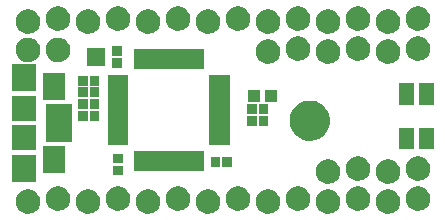
<source format=gts>
G04 #@! TF.FileFunction,Soldermask,Top*
%FSLAX46Y46*%
G04 Gerber Fmt 4.6, Leading zero omitted, Abs format (unit mm)*
G04 Created by KiCad (PCBNEW 0.201505121916+5652~23~ubuntu14.04.1-product) date Mon 25 May 2015 21:29:56 BST*
%MOMM*%
G01*
G04 APERTURE LIST*
%ADD10C,0.150000*%
G04 APERTURE END LIST*
D10*
G36*
X41349960Y-49199650D02*
X39250040Y-49199650D01*
X39250040Y-46899070D01*
X41349960Y-46899070D01*
X41349960Y-49199650D01*
X41349960Y-49199650D01*
G37*
G36*
X41349960Y-51751080D02*
X39250040Y-51751080D01*
X39250040Y-49651160D01*
X41349960Y-49651160D01*
X41349960Y-51751080D01*
X41349960Y-51751080D01*
G37*
G36*
X41349960Y-54148840D02*
X39250040Y-54148840D01*
X39250040Y-52048920D01*
X41349960Y-52048920D01*
X41349960Y-54148840D01*
X41349960Y-54148840D01*
G37*
G36*
X41349960Y-56900930D02*
X39250040Y-56900930D01*
X39250040Y-54600350D01*
X41349960Y-54600350D01*
X41349960Y-56900930D01*
X41349960Y-56900930D01*
G37*
G36*
X41669844Y-45598042D02*
X41666592Y-45830952D01*
X41666516Y-45831285D01*
X41666516Y-45831298D01*
X41621419Y-46029799D01*
X41538477Y-46216086D01*
X41420935Y-46382714D01*
X41273260Y-46523342D01*
X41101093Y-46632603D01*
X40910977Y-46706344D01*
X40710160Y-46741754D01*
X40506290Y-46737484D01*
X40307125Y-46693694D01*
X40120272Y-46612060D01*
X39952820Y-46495678D01*
X39811169Y-46348994D01*
X39700709Y-46177594D01*
X39625642Y-45987997D01*
X39588831Y-45787426D01*
X39591679Y-45583532D01*
X39634074Y-45384076D01*
X39714406Y-45196648D01*
X39829611Y-45028395D01*
X39975305Y-44885720D01*
X40145933Y-44774064D01*
X40335000Y-44697676D01*
X40535301Y-44659467D01*
X40739214Y-44660891D01*
X40938967Y-44701894D01*
X41126946Y-44780914D01*
X41296001Y-44894942D01*
X41439689Y-45039637D01*
X41552534Y-45209481D01*
X41630239Y-45398008D01*
X41669779Y-45597699D01*
X41669778Y-45597712D01*
X41669844Y-45598042D01*
X41669844Y-45598042D01*
G37*
G36*
X41679844Y-43205042D02*
X41676592Y-43437952D01*
X41676516Y-43438285D01*
X41676516Y-43438298D01*
X41631419Y-43636799D01*
X41548477Y-43823086D01*
X41430935Y-43989714D01*
X41283260Y-44130342D01*
X41111093Y-44239603D01*
X40920977Y-44313344D01*
X40720160Y-44348754D01*
X40516290Y-44344484D01*
X40317125Y-44300694D01*
X40130272Y-44219060D01*
X39962820Y-44102678D01*
X39821169Y-43955994D01*
X39710709Y-43784594D01*
X39635642Y-43594997D01*
X39598831Y-43394426D01*
X39601679Y-43190532D01*
X39644074Y-42991076D01*
X39724406Y-42803648D01*
X39839611Y-42635395D01*
X39985305Y-42492720D01*
X40155933Y-42381064D01*
X40345000Y-42304676D01*
X40545301Y-42266467D01*
X40749214Y-42267891D01*
X40948967Y-42308894D01*
X41136946Y-42387914D01*
X41306001Y-42501942D01*
X41449689Y-42646637D01*
X41562534Y-42816481D01*
X41640239Y-43005008D01*
X41679779Y-43204699D01*
X41679778Y-43204712D01*
X41679844Y-43205042D01*
X41679844Y-43205042D01*
G37*
G36*
X41679844Y-58445042D02*
X41676592Y-58677952D01*
X41676516Y-58678285D01*
X41676516Y-58678298D01*
X41631419Y-58876799D01*
X41548477Y-59063086D01*
X41430935Y-59229714D01*
X41283260Y-59370342D01*
X41111093Y-59479603D01*
X40920977Y-59553344D01*
X40720160Y-59588754D01*
X40516290Y-59584484D01*
X40317125Y-59540694D01*
X40130272Y-59459060D01*
X39962820Y-59342678D01*
X39821169Y-59195994D01*
X39710709Y-59024594D01*
X39635642Y-58834997D01*
X39598831Y-58634426D01*
X39601679Y-58430532D01*
X39644074Y-58231076D01*
X39724406Y-58043648D01*
X39839611Y-57875395D01*
X39985305Y-57732720D01*
X40155933Y-57621064D01*
X40345000Y-57544676D01*
X40545301Y-57506467D01*
X40749214Y-57507891D01*
X40948967Y-57548894D01*
X41136946Y-57627914D01*
X41306001Y-57741942D01*
X41449689Y-57886637D01*
X41562534Y-58056481D01*
X41640239Y-58245008D01*
X41679779Y-58444699D01*
X41679778Y-58444712D01*
X41679844Y-58445042D01*
X41679844Y-58445042D01*
G37*
G36*
X43750260Y-49951490D02*
X41950060Y-49951490D01*
X41950060Y-47650910D01*
X43750260Y-47650910D01*
X43750260Y-49951490D01*
X43750260Y-49951490D01*
G37*
G36*
X43750260Y-56149090D02*
X41950060Y-56149090D01*
X41950060Y-53848510D01*
X43750260Y-53848510D01*
X43750260Y-56149090D01*
X43750260Y-56149090D01*
G37*
G36*
X44209844Y-45598042D02*
X44206592Y-45830952D01*
X44206516Y-45831285D01*
X44206516Y-45831298D01*
X44161419Y-46029799D01*
X44078477Y-46216086D01*
X43960935Y-46382714D01*
X43813260Y-46523342D01*
X43641093Y-46632603D01*
X43450977Y-46706344D01*
X43250160Y-46741754D01*
X43046290Y-46737484D01*
X42847125Y-46693694D01*
X42660272Y-46612060D01*
X42492820Y-46495678D01*
X42351169Y-46348994D01*
X42240709Y-46177594D01*
X42165642Y-45987997D01*
X42128831Y-45787426D01*
X42131679Y-45583532D01*
X42174074Y-45384076D01*
X42254406Y-45196648D01*
X42369611Y-45028395D01*
X42515305Y-44885720D01*
X42685933Y-44774064D01*
X42875000Y-44697676D01*
X43075301Y-44659467D01*
X43279214Y-44660891D01*
X43478967Y-44701894D01*
X43666946Y-44780914D01*
X43836001Y-44894942D01*
X43979689Y-45039637D01*
X44092534Y-45209481D01*
X44170239Y-45398008D01*
X44209779Y-45597699D01*
X44209778Y-45597712D01*
X44209844Y-45598042D01*
X44209844Y-45598042D01*
G37*
G36*
X44219844Y-42951042D02*
X44216592Y-43183952D01*
X44216516Y-43184285D01*
X44216516Y-43184298D01*
X44171419Y-43382799D01*
X44088477Y-43569086D01*
X43970935Y-43735714D01*
X43823260Y-43876342D01*
X43651093Y-43985603D01*
X43460977Y-44059344D01*
X43260160Y-44094754D01*
X43056290Y-44090484D01*
X42857125Y-44046694D01*
X42670272Y-43965060D01*
X42502820Y-43848678D01*
X42361169Y-43701994D01*
X42250709Y-43530594D01*
X42175642Y-43340997D01*
X42138831Y-43140426D01*
X42141679Y-42936532D01*
X42184074Y-42737076D01*
X42264406Y-42549648D01*
X42379611Y-42381395D01*
X42525305Y-42238720D01*
X42695933Y-42127064D01*
X42885000Y-42050676D01*
X43085301Y-42012467D01*
X43289214Y-42013891D01*
X43488967Y-42054894D01*
X43676946Y-42133914D01*
X43846001Y-42247942D01*
X43989689Y-42392637D01*
X44102534Y-42562481D01*
X44180239Y-42751008D01*
X44219779Y-42950699D01*
X44219778Y-42950712D01*
X44219844Y-42951042D01*
X44219844Y-42951042D01*
G37*
G36*
X44219844Y-58191042D02*
X44216592Y-58423952D01*
X44216516Y-58424285D01*
X44216516Y-58424298D01*
X44171419Y-58622799D01*
X44088477Y-58809086D01*
X43970935Y-58975714D01*
X43823260Y-59116342D01*
X43651093Y-59225603D01*
X43460977Y-59299344D01*
X43260160Y-59334754D01*
X43056290Y-59330484D01*
X42857125Y-59286694D01*
X42670272Y-59205060D01*
X42502820Y-59088678D01*
X42361169Y-58941994D01*
X42250709Y-58770594D01*
X42175642Y-58580997D01*
X42138831Y-58380426D01*
X42141679Y-58176532D01*
X42184074Y-57977076D01*
X42264406Y-57789648D01*
X42379611Y-57621395D01*
X42525305Y-57478720D01*
X42695933Y-57367064D01*
X42885000Y-57290676D01*
X43085301Y-57252467D01*
X43289214Y-57253891D01*
X43488967Y-57294894D01*
X43676946Y-57373914D01*
X43846001Y-57487942D01*
X43989689Y-57632637D01*
X44102534Y-57802481D01*
X44180239Y-57991008D01*
X44219779Y-58190699D01*
X44219778Y-58190712D01*
X44219844Y-58191042D01*
X44219844Y-58191042D01*
G37*
G36*
X44348430Y-53497330D02*
X42149450Y-53497330D01*
X42149450Y-52898550D01*
X42149450Y-52847090D01*
X42149450Y-52248310D01*
X42149450Y-52199390D01*
X42149450Y-51600610D01*
X42149450Y-51551690D01*
X42149450Y-50952910D01*
X42149450Y-50901450D01*
X42149450Y-50302670D01*
X44348430Y-50302670D01*
X44348430Y-50901450D01*
X44348430Y-50952910D01*
X44348430Y-51551690D01*
X44348430Y-51600610D01*
X44348430Y-52199390D01*
X44348430Y-52248310D01*
X44348430Y-52847090D01*
X44348430Y-52898550D01*
X44348430Y-53497330D01*
X44348430Y-53497330D01*
G37*
G36*
X45700000Y-48725000D02*
X44900000Y-48725000D01*
X44900000Y-47875000D01*
X45700000Y-47875000D01*
X45700000Y-48725000D01*
X45700000Y-48725000D01*
G37*
G36*
X45700000Y-49725000D02*
X44900000Y-49725000D01*
X44900000Y-48875000D01*
X45700000Y-48875000D01*
X45700000Y-49725000D01*
X45700000Y-49725000D01*
G37*
G36*
X45700000Y-50725000D02*
X44900000Y-50725000D01*
X44900000Y-49875000D01*
X45700000Y-49875000D01*
X45700000Y-50725000D01*
X45700000Y-50725000D01*
G37*
G36*
X45700000Y-51725000D02*
X44900000Y-51725000D01*
X44900000Y-50875000D01*
X45700000Y-50875000D01*
X45700000Y-51725000D01*
X45700000Y-51725000D01*
G37*
G36*
X46700000Y-48725000D02*
X45900000Y-48725000D01*
X45900000Y-47875000D01*
X46700000Y-47875000D01*
X46700000Y-48725000D01*
X46700000Y-48725000D01*
G37*
G36*
X46700000Y-49725000D02*
X45900000Y-49725000D01*
X45900000Y-48875000D01*
X46700000Y-48875000D01*
X46700000Y-49725000D01*
X46700000Y-49725000D01*
G37*
G36*
X46700000Y-50725000D02*
X45900000Y-50725000D01*
X45900000Y-49875000D01*
X46700000Y-49875000D01*
X46700000Y-50725000D01*
X46700000Y-50725000D01*
G37*
G36*
X46700000Y-51725000D02*
X45900000Y-51725000D01*
X45900000Y-50875000D01*
X46700000Y-50875000D01*
X46700000Y-51725000D01*
X46700000Y-51725000D01*
G37*
G36*
X46759844Y-43205042D02*
X46756592Y-43437952D01*
X46756516Y-43438285D01*
X46756516Y-43438298D01*
X46711419Y-43636799D01*
X46628477Y-43823086D01*
X46510935Y-43989714D01*
X46363260Y-44130342D01*
X46191093Y-44239603D01*
X46000977Y-44313344D01*
X45800160Y-44348754D01*
X45596290Y-44344484D01*
X45397125Y-44300694D01*
X45210272Y-44219060D01*
X45042820Y-44102678D01*
X44901169Y-43955994D01*
X44790709Y-43784594D01*
X44715642Y-43594997D01*
X44678831Y-43394426D01*
X44681679Y-43190532D01*
X44724074Y-42991076D01*
X44804406Y-42803648D01*
X44919611Y-42635395D01*
X45065305Y-42492720D01*
X45235933Y-42381064D01*
X45425000Y-42304676D01*
X45625301Y-42266467D01*
X45829214Y-42267891D01*
X46028967Y-42308894D01*
X46216946Y-42387914D01*
X46386001Y-42501942D01*
X46529689Y-42646637D01*
X46642534Y-42816481D01*
X46720239Y-43005008D01*
X46759779Y-43204699D01*
X46759778Y-43204712D01*
X46759844Y-43205042D01*
X46759844Y-43205042D01*
G37*
G36*
X46759844Y-58445042D02*
X46756592Y-58677952D01*
X46756516Y-58678285D01*
X46756516Y-58678298D01*
X46711419Y-58876799D01*
X46628477Y-59063086D01*
X46510935Y-59229714D01*
X46363260Y-59370342D01*
X46191093Y-59479603D01*
X46000977Y-59553344D01*
X45800160Y-59588754D01*
X45596290Y-59584484D01*
X45397125Y-59540694D01*
X45210272Y-59459060D01*
X45042820Y-59342678D01*
X44901169Y-59195994D01*
X44790709Y-59024594D01*
X44715642Y-58834997D01*
X44678831Y-58634426D01*
X44681679Y-58430532D01*
X44724074Y-58231076D01*
X44804406Y-58043648D01*
X44919611Y-57875395D01*
X45065305Y-57732720D01*
X45235933Y-57621064D01*
X45425000Y-57544676D01*
X45625301Y-57506467D01*
X45829214Y-57507891D01*
X46028967Y-57548894D01*
X46216946Y-57627914D01*
X46386001Y-57741942D01*
X46529689Y-57886637D01*
X46642534Y-58056481D01*
X46720239Y-58245008D01*
X46759779Y-58444699D01*
X46759778Y-58444712D01*
X46759844Y-58445042D01*
X46759844Y-58445042D01*
G37*
G36*
X47150000Y-47050000D02*
X45650000Y-47050000D01*
X45650000Y-45550000D01*
X47150000Y-45550000D01*
X47150000Y-47050000D01*
X47150000Y-47050000D01*
G37*
G36*
X48625000Y-46200000D02*
X47775000Y-46200000D01*
X47775000Y-45400000D01*
X48625000Y-45400000D01*
X48625000Y-46200000D01*
X48625000Y-46200000D01*
G37*
G36*
X48625000Y-47200000D02*
X47775000Y-47200000D01*
X47775000Y-46400000D01*
X48625000Y-46400000D01*
X48625000Y-47200000D01*
X48625000Y-47200000D01*
G37*
G36*
X48725000Y-55300000D02*
X47875000Y-55300000D01*
X47875000Y-54500000D01*
X48725000Y-54500000D01*
X48725000Y-55300000D01*
X48725000Y-55300000D01*
G37*
G36*
X48725000Y-56300000D02*
X47875000Y-56300000D01*
X47875000Y-55500000D01*
X48725000Y-55500000D01*
X48725000Y-56300000D01*
X48725000Y-56300000D01*
G37*
G36*
X49113620Y-53772740D02*
X47415020Y-53772740D01*
X47415020Y-53323820D01*
X47415020Y-53272360D01*
X47415020Y-52823440D01*
X47415020Y-52771980D01*
X47415020Y-52323060D01*
X47415020Y-52274140D01*
X47415020Y-51825220D01*
X47415020Y-51773760D01*
X47415020Y-51324840D01*
X47415020Y-51273380D01*
X47415020Y-50824460D01*
X47415020Y-50775540D01*
X47415020Y-50326620D01*
X47415020Y-50275160D01*
X47415020Y-49826240D01*
X47415020Y-49774780D01*
X47415020Y-49325860D01*
X47415020Y-49276940D01*
X47415020Y-48828020D01*
X47415020Y-48776560D01*
X47415020Y-48327640D01*
X47415020Y-48276180D01*
X47415020Y-47827260D01*
X49113620Y-47827260D01*
X49113620Y-48276180D01*
X49113620Y-48327640D01*
X49113620Y-48776560D01*
X49113620Y-48828020D01*
X49113620Y-49276940D01*
X49113620Y-49325860D01*
X49113620Y-49774780D01*
X49113620Y-49826240D01*
X49113620Y-50275160D01*
X49113620Y-50326620D01*
X49113620Y-50775540D01*
X49113620Y-50824460D01*
X49113620Y-51273380D01*
X49113620Y-51324840D01*
X49113620Y-51773760D01*
X49113620Y-51825220D01*
X49113620Y-52274140D01*
X49113620Y-52323060D01*
X49113620Y-52771980D01*
X49113620Y-52823440D01*
X49113620Y-53272360D01*
X49113620Y-53323820D01*
X49113620Y-53772740D01*
X49113620Y-53772740D01*
G37*
G36*
X49299844Y-42951042D02*
X49296592Y-43183952D01*
X49296516Y-43184285D01*
X49296516Y-43184298D01*
X49251419Y-43382799D01*
X49168477Y-43569086D01*
X49050935Y-43735714D01*
X48903260Y-43876342D01*
X48731093Y-43985603D01*
X48540977Y-44059344D01*
X48340160Y-44094754D01*
X48136290Y-44090484D01*
X47937125Y-44046694D01*
X47750272Y-43965060D01*
X47582820Y-43848678D01*
X47441169Y-43701994D01*
X47330709Y-43530594D01*
X47255642Y-43340997D01*
X47218831Y-43140426D01*
X47221679Y-42936532D01*
X47264074Y-42737076D01*
X47344406Y-42549648D01*
X47459611Y-42381395D01*
X47605305Y-42238720D01*
X47775933Y-42127064D01*
X47965000Y-42050676D01*
X48165301Y-42012467D01*
X48369214Y-42013891D01*
X48568967Y-42054894D01*
X48756946Y-42133914D01*
X48926001Y-42247942D01*
X49069689Y-42392637D01*
X49182534Y-42562481D01*
X49260239Y-42751008D01*
X49299779Y-42950699D01*
X49299778Y-42950712D01*
X49299844Y-42951042D01*
X49299844Y-42951042D01*
G37*
G36*
X49299844Y-58191042D02*
X49296592Y-58423952D01*
X49296516Y-58424285D01*
X49296516Y-58424298D01*
X49251419Y-58622799D01*
X49168477Y-58809086D01*
X49050935Y-58975714D01*
X48903260Y-59116342D01*
X48731093Y-59225603D01*
X48540977Y-59299344D01*
X48340160Y-59334754D01*
X48136290Y-59330484D01*
X47937125Y-59286694D01*
X47750272Y-59205060D01*
X47582820Y-59088678D01*
X47441169Y-58941994D01*
X47330709Y-58770594D01*
X47255642Y-58580997D01*
X47218831Y-58380426D01*
X47221679Y-58176532D01*
X47264074Y-57977076D01*
X47344406Y-57789648D01*
X47459611Y-57621395D01*
X47605305Y-57478720D01*
X47775933Y-57367064D01*
X47965000Y-57290676D01*
X48165301Y-57252467D01*
X48369214Y-57253891D01*
X48568967Y-57294894D01*
X48756946Y-57373914D01*
X48926001Y-57487942D01*
X49069689Y-57632637D01*
X49182534Y-57802481D01*
X49260239Y-57991008D01*
X49299779Y-58190699D01*
X49299778Y-58190712D01*
X49299844Y-58191042D01*
X49299844Y-58191042D01*
G37*
G36*
X51839844Y-43205042D02*
X51836592Y-43437952D01*
X51836516Y-43438285D01*
X51836516Y-43438298D01*
X51791419Y-43636799D01*
X51708477Y-43823086D01*
X51590935Y-43989714D01*
X51443260Y-44130342D01*
X51271093Y-44239603D01*
X51080977Y-44313344D01*
X50880160Y-44348754D01*
X50676290Y-44344484D01*
X50477125Y-44300694D01*
X50290272Y-44219060D01*
X50122820Y-44102678D01*
X49981169Y-43955994D01*
X49870709Y-43784594D01*
X49795642Y-43594997D01*
X49758831Y-43394426D01*
X49761679Y-43190532D01*
X49804074Y-42991076D01*
X49884406Y-42803648D01*
X49999611Y-42635395D01*
X50145305Y-42492720D01*
X50315933Y-42381064D01*
X50505000Y-42304676D01*
X50705301Y-42266467D01*
X50909214Y-42267891D01*
X51108967Y-42308894D01*
X51296946Y-42387914D01*
X51466001Y-42501942D01*
X51609689Y-42646637D01*
X51722534Y-42816481D01*
X51800239Y-43005008D01*
X51839779Y-43204699D01*
X51839778Y-43204712D01*
X51839844Y-43205042D01*
X51839844Y-43205042D01*
G37*
G36*
X51839844Y-58445042D02*
X51836592Y-58677952D01*
X51836516Y-58678285D01*
X51836516Y-58678298D01*
X51791419Y-58876799D01*
X51708477Y-59063086D01*
X51590935Y-59229714D01*
X51443260Y-59370342D01*
X51271093Y-59479603D01*
X51080977Y-59553344D01*
X50880160Y-59588754D01*
X50676290Y-59584484D01*
X50477125Y-59540694D01*
X50290272Y-59459060D01*
X50122820Y-59342678D01*
X49981169Y-59195994D01*
X49870709Y-59024594D01*
X49795642Y-58834997D01*
X49758831Y-58634426D01*
X49761679Y-58430532D01*
X49804074Y-58231076D01*
X49884406Y-58043648D01*
X49999611Y-57875395D01*
X50145305Y-57732720D01*
X50315933Y-57621064D01*
X50505000Y-57544676D01*
X50705301Y-57506467D01*
X50909214Y-57507891D01*
X51108967Y-57548894D01*
X51296946Y-57627914D01*
X51466001Y-57741942D01*
X51609689Y-57886637D01*
X51722534Y-58056481D01*
X51800239Y-58245008D01*
X51839779Y-58444699D01*
X51839778Y-58444712D01*
X51839844Y-58445042D01*
X51839844Y-58445042D01*
G37*
G36*
X54379844Y-42951042D02*
X54376592Y-43183952D01*
X54376516Y-43184285D01*
X54376516Y-43184298D01*
X54331419Y-43382799D01*
X54248477Y-43569086D01*
X54130935Y-43735714D01*
X53983260Y-43876342D01*
X53811093Y-43985603D01*
X53620977Y-44059344D01*
X53420160Y-44094754D01*
X53216290Y-44090484D01*
X53017125Y-44046694D01*
X52830272Y-43965060D01*
X52662820Y-43848678D01*
X52521169Y-43701994D01*
X52410709Y-43530594D01*
X52335642Y-43340997D01*
X52298831Y-43140426D01*
X52301679Y-42936532D01*
X52344074Y-42737076D01*
X52424406Y-42549648D01*
X52539611Y-42381395D01*
X52685305Y-42238720D01*
X52855933Y-42127064D01*
X53045000Y-42050676D01*
X53245301Y-42012467D01*
X53449214Y-42013891D01*
X53648967Y-42054894D01*
X53836946Y-42133914D01*
X54006001Y-42247942D01*
X54149689Y-42392637D01*
X54262534Y-42562481D01*
X54340239Y-42751008D01*
X54379779Y-42950699D01*
X54379778Y-42950712D01*
X54379844Y-42951042D01*
X54379844Y-42951042D01*
G37*
G36*
X54379844Y-58191042D02*
X54376592Y-58423952D01*
X54376516Y-58424285D01*
X54376516Y-58424298D01*
X54331419Y-58622799D01*
X54248477Y-58809086D01*
X54130935Y-58975714D01*
X53983260Y-59116342D01*
X53811093Y-59225603D01*
X53620977Y-59299344D01*
X53420160Y-59334754D01*
X53216290Y-59330484D01*
X53017125Y-59286694D01*
X52830272Y-59205060D01*
X52662820Y-59088678D01*
X52521169Y-58941994D01*
X52410709Y-58770594D01*
X52335642Y-58580997D01*
X52298831Y-58380426D01*
X52301679Y-58176532D01*
X52344074Y-57977076D01*
X52424406Y-57789648D01*
X52539611Y-57621395D01*
X52685305Y-57478720D01*
X52855933Y-57367064D01*
X53045000Y-57290676D01*
X53245301Y-57252467D01*
X53449214Y-57253891D01*
X53648967Y-57294894D01*
X53836946Y-57373914D01*
X54006001Y-57487942D01*
X54149689Y-57632637D01*
X54262534Y-57802481D01*
X54340239Y-57991008D01*
X54379779Y-58190699D01*
X54379778Y-58190712D01*
X54379844Y-58191042D01*
X54379844Y-58191042D01*
G37*
G36*
X55534740Y-47351620D02*
X55085820Y-47351620D01*
X55034360Y-47351620D01*
X54585440Y-47351620D01*
X54533980Y-47351620D01*
X54085060Y-47351620D01*
X54036140Y-47351620D01*
X53587220Y-47351620D01*
X53535760Y-47351620D01*
X53086840Y-47351620D01*
X53035380Y-47351620D01*
X52586460Y-47351620D01*
X52537540Y-47351620D01*
X52088620Y-47351620D01*
X52037160Y-47351620D01*
X51588240Y-47351620D01*
X51536780Y-47351620D01*
X51087860Y-47351620D01*
X51038940Y-47351620D01*
X50590020Y-47351620D01*
X50538560Y-47351620D01*
X50089640Y-47351620D01*
X50038180Y-47351620D01*
X49589260Y-47351620D01*
X49589260Y-45653020D01*
X50038180Y-45653020D01*
X50089640Y-45653020D01*
X50538560Y-45653020D01*
X50590020Y-45653020D01*
X51038940Y-45653020D01*
X51087860Y-45653020D01*
X51536780Y-45653020D01*
X51588240Y-45653020D01*
X52037160Y-45653020D01*
X52088620Y-45653020D01*
X52537540Y-45653020D01*
X52586460Y-45653020D01*
X53035380Y-45653020D01*
X53086840Y-45653020D01*
X53535760Y-45653020D01*
X53587220Y-45653020D01*
X54036140Y-45653020D01*
X54085060Y-45653020D01*
X54533980Y-45653020D01*
X54585440Y-45653020D01*
X55034360Y-45653020D01*
X55085820Y-45653020D01*
X55534740Y-45653020D01*
X55534740Y-47351620D01*
X55534740Y-47351620D01*
G37*
G36*
X55534740Y-55946980D02*
X55085820Y-55946980D01*
X55034360Y-55946980D01*
X54585440Y-55946980D01*
X54533980Y-55946980D01*
X54085060Y-55946980D01*
X54036140Y-55946980D01*
X53587220Y-55946980D01*
X53535760Y-55946980D01*
X53086840Y-55946980D01*
X53035380Y-55946980D01*
X52586460Y-55946980D01*
X52537540Y-55946980D01*
X52088620Y-55946980D01*
X52037160Y-55946980D01*
X51588240Y-55946980D01*
X51536780Y-55946980D01*
X51087860Y-55946980D01*
X51038940Y-55946980D01*
X50590020Y-55946980D01*
X50538560Y-55946980D01*
X50089640Y-55946980D01*
X50038180Y-55946980D01*
X49589260Y-55946980D01*
X49589260Y-54248380D01*
X50038180Y-54248380D01*
X50089640Y-54248380D01*
X50538560Y-54248380D01*
X50590020Y-54248380D01*
X51038940Y-54248380D01*
X51087860Y-54248380D01*
X51536780Y-54248380D01*
X51588240Y-54248380D01*
X52037160Y-54248380D01*
X52088620Y-54248380D01*
X52537540Y-54248380D01*
X52586460Y-54248380D01*
X53035380Y-54248380D01*
X53086840Y-54248380D01*
X53535760Y-54248380D01*
X53587220Y-54248380D01*
X54036140Y-54248380D01*
X54085060Y-54248380D01*
X54533980Y-54248380D01*
X54585440Y-54248380D01*
X55034360Y-54248380D01*
X55085820Y-54248380D01*
X55534740Y-54248380D01*
X55534740Y-55946980D01*
X55534740Y-55946980D01*
G37*
G36*
X56900000Y-55625000D02*
X56100000Y-55625000D01*
X56100000Y-54775000D01*
X56900000Y-54775000D01*
X56900000Y-55625000D01*
X56900000Y-55625000D01*
G37*
G36*
X56919844Y-43205042D02*
X56916592Y-43437952D01*
X56916516Y-43438285D01*
X56916516Y-43438298D01*
X56871419Y-43636799D01*
X56788477Y-43823086D01*
X56670935Y-43989714D01*
X56523260Y-44130342D01*
X56351093Y-44239603D01*
X56160977Y-44313344D01*
X55960160Y-44348754D01*
X55756290Y-44344484D01*
X55557125Y-44300694D01*
X55370272Y-44219060D01*
X55202820Y-44102678D01*
X55061169Y-43955994D01*
X54950709Y-43784594D01*
X54875642Y-43594997D01*
X54838831Y-43394426D01*
X54841679Y-43190532D01*
X54884074Y-42991076D01*
X54964406Y-42803648D01*
X55079611Y-42635395D01*
X55225305Y-42492720D01*
X55395933Y-42381064D01*
X55585000Y-42304676D01*
X55785301Y-42266467D01*
X55989214Y-42267891D01*
X56188967Y-42308894D01*
X56376946Y-42387914D01*
X56546001Y-42501942D01*
X56689689Y-42646637D01*
X56802534Y-42816481D01*
X56880239Y-43005008D01*
X56919779Y-43204699D01*
X56919778Y-43204712D01*
X56919844Y-43205042D01*
X56919844Y-43205042D01*
G37*
G36*
X56919844Y-58445042D02*
X56916592Y-58677952D01*
X56916516Y-58678285D01*
X56916516Y-58678298D01*
X56871419Y-58876799D01*
X56788477Y-59063086D01*
X56670935Y-59229714D01*
X56523260Y-59370342D01*
X56351093Y-59479603D01*
X56160977Y-59553344D01*
X55960160Y-59588754D01*
X55756290Y-59584484D01*
X55557125Y-59540694D01*
X55370272Y-59459060D01*
X55202820Y-59342678D01*
X55061169Y-59195994D01*
X54950709Y-59024594D01*
X54875642Y-58834997D01*
X54838831Y-58634426D01*
X54841679Y-58430532D01*
X54884074Y-58231076D01*
X54964406Y-58043648D01*
X55079611Y-57875395D01*
X55225305Y-57732720D01*
X55395933Y-57621064D01*
X55585000Y-57544676D01*
X55785301Y-57506467D01*
X55989214Y-57507891D01*
X56188967Y-57548894D01*
X56376946Y-57627914D01*
X56546001Y-57741942D01*
X56689689Y-57886637D01*
X56802534Y-58056481D01*
X56880239Y-58245008D01*
X56919779Y-58444699D01*
X56919778Y-58444712D01*
X56919844Y-58445042D01*
X56919844Y-58445042D01*
G37*
G36*
X57708980Y-53772740D02*
X56010380Y-53772740D01*
X56010380Y-53323820D01*
X56010380Y-53272360D01*
X56010380Y-52823440D01*
X56010380Y-52771980D01*
X56010380Y-52323060D01*
X56010380Y-52274140D01*
X56010380Y-51825220D01*
X56010380Y-51773760D01*
X56010380Y-51324840D01*
X56010380Y-51273380D01*
X56010380Y-50824460D01*
X56010380Y-50775540D01*
X56010380Y-50326620D01*
X56010380Y-50275160D01*
X56010380Y-49826240D01*
X56010380Y-49774780D01*
X56010380Y-49325860D01*
X56010380Y-49276940D01*
X56010380Y-48828020D01*
X56010380Y-48776560D01*
X56010380Y-48327640D01*
X56010380Y-48276180D01*
X56010380Y-47827260D01*
X57708980Y-47827260D01*
X57708980Y-48276180D01*
X57708980Y-48327640D01*
X57708980Y-48776560D01*
X57708980Y-48828020D01*
X57708980Y-49276940D01*
X57708980Y-49325860D01*
X57708980Y-49774780D01*
X57708980Y-49826240D01*
X57708980Y-50275160D01*
X57708980Y-50326620D01*
X57708980Y-50775540D01*
X57708980Y-50824460D01*
X57708980Y-51273380D01*
X57708980Y-51324840D01*
X57708980Y-51773760D01*
X57708980Y-51825220D01*
X57708980Y-52274140D01*
X57708980Y-52323060D01*
X57708980Y-52771980D01*
X57708980Y-52823440D01*
X57708980Y-53272360D01*
X57708980Y-53323820D01*
X57708980Y-53772740D01*
X57708980Y-53772740D01*
G37*
G36*
X57900000Y-55625000D02*
X57100000Y-55625000D01*
X57100000Y-54775000D01*
X57900000Y-54775000D01*
X57900000Y-55625000D01*
X57900000Y-55625000D01*
G37*
G36*
X59459844Y-42951042D02*
X59456592Y-43183952D01*
X59456516Y-43184285D01*
X59456516Y-43184298D01*
X59411419Y-43382799D01*
X59328477Y-43569086D01*
X59210935Y-43735714D01*
X59063260Y-43876342D01*
X58891093Y-43985603D01*
X58700977Y-44059344D01*
X58500160Y-44094754D01*
X58296290Y-44090484D01*
X58097125Y-44046694D01*
X57910272Y-43965060D01*
X57742820Y-43848678D01*
X57601169Y-43701994D01*
X57490709Y-43530594D01*
X57415642Y-43340997D01*
X57378831Y-43140426D01*
X57381679Y-42936532D01*
X57424074Y-42737076D01*
X57504406Y-42549648D01*
X57619611Y-42381395D01*
X57765305Y-42238720D01*
X57935933Y-42127064D01*
X58125000Y-42050676D01*
X58325301Y-42012467D01*
X58529214Y-42013891D01*
X58728967Y-42054894D01*
X58916946Y-42133914D01*
X59086001Y-42247942D01*
X59229689Y-42392637D01*
X59342534Y-42562481D01*
X59420239Y-42751008D01*
X59459779Y-42950699D01*
X59459778Y-42950712D01*
X59459844Y-42951042D01*
X59459844Y-42951042D01*
G37*
G36*
X59459844Y-58191042D02*
X59456592Y-58423952D01*
X59456516Y-58424285D01*
X59456516Y-58424298D01*
X59411419Y-58622799D01*
X59328477Y-58809086D01*
X59210935Y-58975714D01*
X59063260Y-59116342D01*
X58891093Y-59225603D01*
X58700977Y-59299344D01*
X58500160Y-59334754D01*
X58296290Y-59330484D01*
X58097125Y-59286694D01*
X57910272Y-59205060D01*
X57742820Y-59088678D01*
X57601169Y-58941994D01*
X57490709Y-58770594D01*
X57415642Y-58580997D01*
X57378831Y-58380426D01*
X57381679Y-58176532D01*
X57424074Y-57977076D01*
X57504406Y-57789648D01*
X57619611Y-57621395D01*
X57765305Y-57478720D01*
X57935933Y-57367064D01*
X58125000Y-57290676D01*
X58325301Y-57252467D01*
X58529214Y-57253891D01*
X58728967Y-57294894D01*
X58916946Y-57373914D01*
X59086001Y-57487942D01*
X59229689Y-57632637D01*
X59342534Y-57802481D01*
X59420239Y-57991008D01*
X59459779Y-58190699D01*
X59459778Y-58190712D01*
X59459844Y-58191042D01*
X59459844Y-58191042D01*
G37*
G36*
X60000000Y-51125000D02*
X59200000Y-51125000D01*
X59200000Y-50275000D01*
X60000000Y-50275000D01*
X60000000Y-51125000D01*
X60000000Y-51125000D01*
G37*
G36*
X60000000Y-52125000D02*
X59200000Y-52125000D01*
X59200000Y-51275000D01*
X60000000Y-51275000D01*
X60000000Y-52125000D01*
X60000000Y-52125000D01*
G37*
G36*
X60249480Y-50098780D02*
X59251920Y-50098780D01*
X59251920Y-49101220D01*
X60249480Y-49101220D01*
X60249480Y-50098780D01*
X60249480Y-50098780D01*
G37*
G36*
X61000000Y-51125000D02*
X60200000Y-51125000D01*
X60200000Y-50275000D01*
X61000000Y-50275000D01*
X61000000Y-51125000D01*
X61000000Y-51125000D01*
G37*
G36*
X61000000Y-52125000D02*
X60200000Y-52125000D01*
X60200000Y-51275000D01*
X61000000Y-51275000D01*
X61000000Y-52125000D01*
X61000000Y-52125000D01*
G37*
G36*
X61748080Y-50098780D02*
X60750520Y-50098780D01*
X60750520Y-49101220D01*
X61748080Y-49101220D01*
X61748080Y-50098780D01*
X61748080Y-50098780D01*
G37*
G36*
X61999844Y-43205042D02*
X61996592Y-43437952D01*
X61996516Y-43438285D01*
X61996516Y-43438298D01*
X61951419Y-43636799D01*
X61868477Y-43823086D01*
X61750935Y-43989714D01*
X61603260Y-44130342D01*
X61431093Y-44239603D01*
X61240977Y-44313344D01*
X61040160Y-44348754D01*
X60836290Y-44344484D01*
X60637125Y-44300694D01*
X60450272Y-44219060D01*
X60282820Y-44102678D01*
X60141169Y-43955994D01*
X60030709Y-43784594D01*
X59955642Y-43594997D01*
X59918831Y-43394426D01*
X59921679Y-43190532D01*
X59964074Y-42991076D01*
X60044406Y-42803648D01*
X60159611Y-42635395D01*
X60305305Y-42492720D01*
X60475933Y-42381064D01*
X60665000Y-42304676D01*
X60865301Y-42266467D01*
X61069214Y-42267891D01*
X61268967Y-42308894D01*
X61456946Y-42387914D01*
X61626001Y-42501942D01*
X61769689Y-42646637D01*
X61882534Y-42816481D01*
X61960239Y-43005008D01*
X61999779Y-43204699D01*
X61999778Y-43204712D01*
X61999844Y-43205042D01*
X61999844Y-43205042D01*
G37*
G36*
X61999844Y-45745042D02*
X61996592Y-45977952D01*
X61996516Y-45978285D01*
X61996516Y-45978298D01*
X61951419Y-46176799D01*
X61868477Y-46363086D01*
X61750935Y-46529714D01*
X61603260Y-46670342D01*
X61431093Y-46779603D01*
X61240977Y-46853344D01*
X61040160Y-46888754D01*
X60836290Y-46884484D01*
X60637125Y-46840694D01*
X60450272Y-46759060D01*
X60282820Y-46642678D01*
X60141169Y-46495994D01*
X60030709Y-46324594D01*
X59955642Y-46134997D01*
X59918831Y-45934426D01*
X59921679Y-45730532D01*
X59964074Y-45531076D01*
X60044406Y-45343648D01*
X60159611Y-45175395D01*
X60305305Y-45032720D01*
X60475933Y-44921064D01*
X60665000Y-44844676D01*
X60865301Y-44806467D01*
X61069214Y-44807891D01*
X61268967Y-44848894D01*
X61456946Y-44927914D01*
X61626001Y-45041942D01*
X61769689Y-45186637D01*
X61882534Y-45356481D01*
X61960239Y-45545008D01*
X61999779Y-45744699D01*
X61999778Y-45744712D01*
X61999844Y-45745042D01*
X61999844Y-45745042D01*
G37*
G36*
X61999844Y-58445042D02*
X61996592Y-58677952D01*
X61996516Y-58678285D01*
X61996516Y-58678298D01*
X61951419Y-58876799D01*
X61868477Y-59063086D01*
X61750935Y-59229714D01*
X61603260Y-59370342D01*
X61431093Y-59479603D01*
X61240977Y-59553344D01*
X61040160Y-59588754D01*
X60836290Y-59584484D01*
X60637125Y-59540694D01*
X60450272Y-59459060D01*
X60282820Y-59342678D01*
X60141169Y-59195994D01*
X60030709Y-59024594D01*
X59955642Y-58834997D01*
X59918831Y-58634426D01*
X59921679Y-58430532D01*
X59964074Y-58231076D01*
X60044406Y-58043648D01*
X60159611Y-57875395D01*
X60305305Y-57732720D01*
X60475933Y-57621064D01*
X60665000Y-57544676D01*
X60865301Y-57506467D01*
X61069214Y-57507891D01*
X61268967Y-57548894D01*
X61456946Y-57627914D01*
X61626001Y-57741942D01*
X61769689Y-57886637D01*
X61882534Y-58056481D01*
X61960239Y-58245008D01*
X61999779Y-58444699D01*
X61999778Y-58444712D01*
X61999844Y-58445042D01*
X61999844Y-58445042D01*
G37*
G36*
X64539844Y-42951042D02*
X64536592Y-43183952D01*
X64536516Y-43184285D01*
X64536516Y-43184298D01*
X64491419Y-43382799D01*
X64408477Y-43569086D01*
X64290935Y-43735714D01*
X64143260Y-43876342D01*
X63971093Y-43985603D01*
X63780977Y-44059344D01*
X63580160Y-44094754D01*
X63376290Y-44090484D01*
X63177125Y-44046694D01*
X62990272Y-43965060D01*
X62822820Y-43848678D01*
X62681169Y-43701994D01*
X62570709Y-43530594D01*
X62495642Y-43340997D01*
X62458831Y-43140426D01*
X62461679Y-42936532D01*
X62504074Y-42737076D01*
X62584406Y-42549648D01*
X62699611Y-42381395D01*
X62845305Y-42238720D01*
X63015933Y-42127064D01*
X63205000Y-42050676D01*
X63405301Y-42012467D01*
X63609214Y-42013891D01*
X63808967Y-42054894D01*
X63996946Y-42133914D01*
X64166001Y-42247942D01*
X64309689Y-42392637D01*
X64422534Y-42562481D01*
X64500239Y-42751008D01*
X64539779Y-42950699D01*
X64539778Y-42950712D01*
X64539844Y-42951042D01*
X64539844Y-42951042D01*
G37*
G36*
X64539844Y-45491042D02*
X64536592Y-45723952D01*
X64536516Y-45724285D01*
X64536516Y-45724298D01*
X64491419Y-45922799D01*
X64408477Y-46109086D01*
X64290935Y-46275714D01*
X64143260Y-46416342D01*
X63971093Y-46525603D01*
X63780977Y-46599344D01*
X63580160Y-46634754D01*
X63376290Y-46630484D01*
X63177125Y-46586694D01*
X62990272Y-46505060D01*
X62822820Y-46388678D01*
X62681169Y-46241994D01*
X62570709Y-46070594D01*
X62495642Y-45880997D01*
X62458831Y-45680426D01*
X62461679Y-45476532D01*
X62504074Y-45277076D01*
X62584406Y-45089648D01*
X62699611Y-44921395D01*
X62845305Y-44778720D01*
X63015933Y-44667064D01*
X63205000Y-44590676D01*
X63405301Y-44552467D01*
X63609214Y-44553891D01*
X63808967Y-44594894D01*
X63996946Y-44673914D01*
X64166001Y-44787942D01*
X64309689Y-44932637D01*
X64422534Y-45102481D01*
X64500239Y-45291008D01*
X64539779Y-45490699D01*
X64539778Y-45490712D01*
X64539844Y-45491042D01*
X64539844Y-45491042D01*
G37*
G36*
X64539844Y-58191042D02*
X64536592Y-58423952D01*
X64536516Y-58424285D01*
X64536516Y-58424298D01*
X64491419Y-58622799D01*
X64408477Y-58809086D01*
X64290935Y-58975714D01*
X64143260Y-59116342D01*
X63971093Y-59225603D01*
X63780977Y-59299344D01*
X63580160Y-59334754D01*
X63376290Y-59330484D01*
X63177125Y-59286694D01*
X62990272Y-59205060D01*
X62822820Y-59088678D01*
X62681169Y-58941994D01*
X62570709Y-58770594D01*
X62495642Y-58580997D01*
X62458831Y-58380426D01*
X62461679Y-58176532D01*
X62504074Y-57977076D01*
X62584406Y-57789648D01*
X62699611Y-57621395D01*
X62845305Y-57478720D01*
X63015933Y-57367064D01*
X63205000Y-57290676D01*
X63405301Y-57252467D01*
X63609214Y-57253891D01*
X63808967Y-57294894D01*
X63996946Y-57373914D01*
X64166001Y-57487942D01*
X64309689Y-57632637D01*
X64422534Y-57802481D01*
X64500239Y-57991008D01*
X64539779Y-58190699D01*
X64539778Y-58190712D01*
X64539844Y-58191042D01*
X64539844Y-58191042D01*
G37*
G36*
X66204414Y-51532881D02*
X66199083Y-51914644D01*
X66199007Y-51914977D01*
X66199007Y-51914989D01*
X66125035Y-52240576D01*
X65989088Y-52545919D01*
X65796423Y-52819040D01*
X65554372Y-53049541D01*
X65272169Y-53228632D01*
X64960549Y-53349503D01*
X64631391Y-53407542D01*
X64297225Y-53400542D01*
X63970777Y-53328768D01*
X63664501Y-53194959D01*
X63390034Y-53004200D01*
X63157853Y-52763769D01*
X62976796Y-52482823D01*
X62853754Y-52172056D01*
X62793416Y-51843303D01*
X62798084Y-51509098D01*
X62867575Y-51182167D01*
X62999247Y-50874954D01*
X63188081Y-50599169D01*
X63426887Y-50365312D01*
X63706564Y-50182297D01*
X64016465Y-50057089D01*
X64344780Y-49994459D01*
X64679014Y-49996793D01*
X65006428Y-50064002D01*
X65314547Y-50193523D01*
X65591647Y-50380429D01*
X65827161Y-50617592D01*
X66012128Y-50895989D01*
X66139495Y-51205005D01*
X66204348Y-51532537D01*
X66204347Y-51532546D01*
X66204414Y-51532881D01*
X66204414Y-51532881D01*
G37*
G36*
X67079844Y-43205042D02*
X67076592Y-43437952D01*
X67076516Y-43438285D01*
X67076516Y-43438298D01*
X67031419Y-43636799D01*
X66948477Y-43823086D01*
X66830935Y-43989714D01*
X66683260Y-44130342D01*
X66511093Y-44239603D01*
X66320977Y-44313344D01*
X66120160Y-44348754D01*
X65916290Y-44344484D01*
X65717125Y-44300694D01*
X65530272Y-44219060D01*
X65362820Y-44102678D01*
X65221169Y-43955994D01*
X65110709Y-43784594D01*
X65035642Y-43594997D01*
X64998831Y-43394426D01*
X65001679Y-43190532D01*
X65044074Y-42991076D01*
X65124406Y-42803648D01*
X65239611Y-42635395D01*
X65385305Y-42492720D01*
X65555933Y-42381064D01*
X65745000Y-42304676D01*
X65945301Y-42266467D01*
X66149214Y-42267891D01*
X66348967Y-42308894D01*
X66536946Y-42387914D01*
X66706001Y-42501942D01*
X66849689Y-42646637D01*
X66962534Y-42816481D01*
X67040239Y-43005008D01*
X67079779Y-43204699D01*
X67079778Y-43204712D01*
X67079844Y-43205042D01*
X67079844Y-43205042D01*
G37*
G36*
X67079844Y-45745042D02*
X67076592Y-45977952D01*
X67076516Y-45978285D01*
X67076516Y-45978298D01*
X67031419Y-46176799D01*
X66948477Y-46363086D01*
X66830935Y-46529714D01*
X66683260Y-46670342D01*
X66511093Y-46779603D01*
X66320977Y-46853344D01*
X66120160Y-46888754D01*
X65916290Y-46884484D01*
X65717125Y-46840694D01*
X65530272Y-46759060D01*
X65362820Y-46642678D01*
X65221169Y-46495994D01*
X65110709Y-46324594D01*
X65035642Y-46134997D01*
X64998831Y-45934426D01*
X65001679Y-45730532D01*
X65044074Y-45531076D01*
X65124406Y-45343648D01*
X65239611Y-45175395D01*
X65385305Y-45032720D01*
X65555933Y-44921064D01*
X65745000Y-44844676D01*
X65945301Y-44806467D01*
X66149214Y-44807891D01*
X66348967Y-44848894D01*
X66536946Y-44927914D01*
X66706001Y-45041942D01*
X66849689Y-45186637D01*
X66962534Y-45356481D01*
X67040239Y-45545008D01*
X67079779Y-45744699D01*
X67079778Y-45744712D01*
X67079844Y-45745042D01*
X67079844Y-45745042D01*
G37*
G36*
X67079844Y-55905042D02*
X67076592Y-56137952D01*
X67076516Y-56138285D01*
X67076516Y-56138298D01*
X67031419Y-56336799D01*
X66948477Y-56523086D01*
X66830935Y-56689714D01*
X66683260Y-56830342D01*
X66511093Y-56939603D01*
X66320977Y-57013344D01*
X66120160Y-57048754D01*
X65916290Y-57044484D01*
X65717125Y-57000694D01*
X65530272Y-56919060D01*
X65362820Y-56802678D01*
X65221169Y-56655994D01*
X65110709Y-56484594D01*
X65035642Y-56294997D01*
X64998831Y-56094426D01*
X65001679Y-55890532D01*
X65044074Y-55691076D01*
X65124406Y-55503648D01*
X65239611Y-55335395D01*
X65385305Y-55192720D01*
X65555933Y-55081064D01*
X65745000Y-55004676D01*
X65945301Y-54966467D01*
X66149214Y-54967891D01*
X66348967Y-55008894D01*
X66536946Y-55087914D01*
X66706001Y-55201942D01*
X66849689Y-55346637D01*
X66962534Y-55516481D01*
X67040239Y-55705008D01*
X67079779Y-55904699D01*
X67079778Y-55904712D01*
X67079844Y-55905042D01*
X67079844Y-55905042D01*
G37*
G36*
X67079844Y-58445042D02*
X67076592Y-58677952D01*
X67076516Y-58678285D01*
X67076516Y-58678298D01*
X67031419Y-58876799D01*
X66948477Y-59063086D01*
X66830935Y-59229714D01*
X66683260Y-59370342D01*
X66511093Y-59479603D01*
X66320977Y-59553344D01*
X66120160Y-59588754D01*
X65916290Y-59584484D01*
X65717125Y-59540694D01*
X65530272Y-59459060D01*
X65362820Y-59342678D01*
X65221169Y-59195994D01*
X65110709Y-59024594D01*
X65035642Y-58834997D01*
X64998831Y-58634426D01*
X65001679Y-58430532D01*
X65044074Y-58231076D01*
X65124406Y-58043648D01*
X65239611Y-57875395D01*
X65385305Y-57732720D01*
X65555933Y-57621064D01*
X65745000Y-57544676D01*
X65945301Y-57506467D01*
X66149214Y-57507891D01*
X66348967Y-57548894D01*
X66536946Y-57627914D01*
X66706001Y-57741942D01*
X66849689Y-57886637D01*
X66962534Y-58056481D01*
X67040239Y-58245008D01*
X67079779Y-58444699D01*
X67079778Y-58444712D01*
X67079844Y-58445042D01*
X67079844Y-58445042D01*
G37*
G36*
X69619844Y-42951042D02*
X69616592Y-43183952D01*
X69616516Y-43184285D01*
X69616516Y-43184298D01*
X69571419Y-43382799D01*
X69488477Y-43569086D01*
X69370935Y-43735714D01*
X69223260Y-43876342D01*
X69051093Y-43985603D01*
X68860977Y-44059344D01*
X68660160Y-44094754D01*
X68456290Y-44090484D01*
X68257125Y-44046694D01*
X68070272Y-43965060D01*
X67902820Y-43848678D01*
X67761169Y-43701994D01*
X67650709Y-43530594D01*
X67575642Y-43340997D01*
X67538831Y-43140426D01*
X67541679Y-42936532D01*
X67584074Y-42737076D01*
X67664406Y-42549648D01*
X67779611Y-42381395D01*
X67925305Y-42238720D01*
X68095933Y-42127064D01*
X68285000Y-42050676D01*
X68485301Y-42012467D01*
X68689214Y-42013891D01*
X68888967Y-42054894D01*
X69076946Y-42133914D01*
X69246001Y-42247942D01*
X69389689Y-42392637D01*
X69502534Y-42562481D01*
X69580239Y-42751008D01*
X69619779Y-42950699D01*
X69619778Y-42950712D01*
X69619844Y-42951042D01*
X69619844Y-42951042D01*
G37*
G36*
X69619844Y-45491042D02*
X69616592Y-45723952D01*
X69616516Y-45724285D01*
X69616516Y-45724298D01*
X69571419Y-45922799D01*
X69488477Y-46109086D01*
X69370935Y-46275714D01*
X69223260Y-46416342D01*
X69051093Y-46525603D01*
X68860977Y-46599344D01*
X68660160Y-46634754D01*
X68456290Y-46630484D01*
X68257125Y-46586694D01*
X68070272Y-46505060D01*
X67902820Y-46388678D01*
X67761169Y-46241994D01*
X67650709Y-46070594D01*
X67575642Y-45880997D01*
X67538831Y-45680426D01*
X67541679Y-45476532D01*
X67584074Y-45277076D01*
X67664406Y-45089648D01*
X67779611Y-44921395D01*
X67925305Y-44778720D01*
X68095933Y-44667064D01*
X68285000Y-44590676D01*
X68485301Y-44552467D01*
X68689214Y-44553891D01*
X68888967Y-44594894D01*
X69076946Y-44673914D01*
X69246001Y-44787942D01*
X69389689Y-44932637D01*
X69502534Y-45102481D01*
X69580239Y-45291008D01*
X69619779Y-45490699D01*
X69619778Y-45490712D01*
X69619844Y-45491042D01*
X69619844Y-45491042D01*
G37*
G36*
X69619844Y-55651042D02*
X69616592Y-55883952D01*
X69616516Y-55884285D01*
X69616516Y-55884298D01*
X69571419Y-56082799D01*
X69488477Y-56269086D01*
X69370935Y-56435714D01*
X69223260Y-56576342D01*
X69051093Y-56685603D01*
X68860977Y-56759344D01*
X68660160Y-56794754D01*
X68456290Y-56790484D01*
X68257125Y-56746694D01*
X68070272Y-56665060D01*
X67902820Y-56548678D01*
X67761169Y-56401994D01*
X67650709Y-56230594D01*
X67575642Y-56040997D01*
X67538831Y-55840426D01*
X67541679Y-55636532D01*
X67584074Y-55437076D01*
X67664406Y-55249648D01*
X67779611Y-55081395D01*
X67925305Y-54938720D01*
X68095933Y-54827064D01*
X68285000Y-54750676D01*
X68485301Y-54712467D01*
X68689214Y-54713891D01*
X68888967Y-54754894D01*
X69076946Y-54833914D01*
X69246001Y-54947942D01*
X69389689Y-55092637D01*
X69502534Y-55262481D01*
X69580239Y-55451008D01*
X69619779Y-55650699D01*
X69619778Y-55650712D01*
X69619844Y-55651042D01*
X69619844Y-55651042D01*
G37*
G36*
X69619844Y-58191042D02*
X69616592Y-58423952D01*
X69616516Y-58424285D01*
X69616516Y-58424298D01*
X69571419Y-58622799D01*
X69488477Y-58809086D01*
X69370935Y-58975714D01*
X69223260Y-59116342D01*
X69051093Y-59225603D01*
X68860977Y-59299344D01*
X68660160Y-59334754D01*
X68456290Y-59330484D01*
X68257125Y-59286694D01*
X68070272Y-59205060D01*
X67902820Y-59088678D01*
X67761169Y-58941994D01*
X67650709Y-58770594D01*
X67575642Y-58580997D01*
X67538831Y-58380426D01*
X67541679Y-58176532D01*
X67584074Y-57977076D01*
X67664406Y-57789648D01*
X67779611Y-57621395D01*
X67925305Y-57478720D01*
X68095933Y-57367064D01*
X68285000Y-57290676D01*
X68485301Y-57252467D01*
X68689214Y-57253891D01*
X68888967Y-57294894D01*
X69076946Y-57373914D01*
X69246001Y-57487942D01*
X69389689Y-57632637D01*
X69502534Y-57802481D01*
X69580239Y-57991008D01*
X69619779Y-58190699D01*
X69619778Y-58190712D01*
X69619844Y-58191042D01*
X69619844Y-58191042D01*
G37*
G36*
X72159844Y-43205042D02*
X72156592Y-43437952D01*
X72156516Y-43438285D01*
X72156516Y-43438298D01*
X72111419Y-43636799D01*
X72028477Y-43823086D01*
X71910935Y-43989714D01*
X71763260Y-44130342D01*
X71591093Y-44239603D01*
X71400977Y-44313344D01*
X71200160Y-44348754D01*
X70996290Y-44344484D01*
X70797125Y-44300694D01*
X70610272Y-44219060D01*
X70442820Y-44102678D01*
X70301169Y-43955994D01*
X70190709Y-43784594D01*
X70115642Y-43594997D01*
X70078831Y-43394426D01*
X70081679Y-43190532D01*
X70124074Y-42991076D01*
X70204406Y-42803648D01*
X70319611Y-42635395D01*
X70465305Y-42492720D01*
X70635933Y-42381064D01*
X70825000Y-42304676D01*
X71025301Y-42266467D01*
X71229214Y-42267891D01*
X71428967Y-42308894D01*
X71616946Y-42387914D01*
X71786001Y-42501942D01*
X71929689Y-42646637D01*
X72042534Y-42816481D01*
X72120239Y-43005008D01*
X72159779Y-43204699D01*
X72159778Y-43204712D01*
X72159844Y-43205042D01*
X72159844Y-43205042D01*
G37*
G36*
X72159844Y-45745042D02*
X72156592Y-45977952D01*
X72156516Y-45978285D01*
X72156516Y-45978298D01*
X72111419Y-46176799D01*
X72028477Y-46363086D01*
X71910935Y-46529714D01*
X71763260Y-46670342D01*
X71591093Y-46779603D01*
X71400977Y-46853344D01*
X71200160Y-46888754D01*
X70996290Y-46884484D01*
X70797125Y-46840694D01*
X70610272Y-46759060D01*
X70442820Y-46642678D01*
X70301169Y-46495994D01*
X70190709Y-46324594D01*
X70115642Y-46134997D01*
X70078831Y-45934426D01*
X70081679Y-45730532D01*
X70124074Y-45531076D01*
X70204406Y-45343648D01*
X70319611Y-45175395D01*
X70465305Y-45032720D01*
X70635933Y-44921064D01*
X70825000Y-44844676D01*
X71025301Y-44806467D01*
X71229214Y-44807891D01*
X71428967Y-44848894D01*
X71616946Y-44927914D01*
X71786001Y-45041942D01*
X71929689Y-45186637D01*
X72042534Y-45356481D01*
X72120239Y-45545008D01*
X72159779Y-45744699D01*
X72159778Y-45744712D01*
X72159844Y-45745042D01*
X72159844Y-45745042D01*
G37*
G36*
X72159844Y-55905042D02*
X72156592Y-56137952D01*
X72156516Y-56138285D01*
X72156516Y-56138298D01*
X72111419Y-56336799D01*
X72028477Y-56523086D01*
X71910935Y-56689714D01*
X71763260Y-56830342D01*
X71591093Y-56939603D01*
X71400977Y-57013344D01*
X71200160Y-57048754D01*
X70996290Y-57044484D01*
X70797125Y-57000694D01*
X70610272Y-56919060D01*
X70442820Y-56802678D01*
X70301169Y-56655994D01*
X70190709Y-56484594D01*
X70115642Y-56294997D01*
X70078831Y-56094426D01*
X70081679Y-55890532D01*
X70124074Y-55691076D01*
X70204406Y-55503648D01*
X70319611Y-55335395D01*
X70465305Y-55192720D01*
X70635933Y-55081064D01*
X70825000Y-55004676D01*
X71025301Y-54966467D01*
X71229214Y-54967891D01*
X71428967Y-55008894D01*
X71616946Y-55087914D01*
X71786001Y-55201942D01*
X71929689Y-55346637D01*
X72042534Y-55516481D01*
X72120239Y-55705008D01*
X72159779Y-55904699D01*
X72159778Y-55904712D01*
X72159844Y-55905042D01*
X72159844Y-55905042D01*
G37*
G36*
X72159844Y-58445042D02*
X72156592Y-58677952D01*
X72156516Y-58678285D01*
X72156516Y-58678298D01*
X72111419Y-58876799D01*
X72028477Y-59063086D01*
X71910935Y-59229714D01*
X71763260Y-59370342D01*
X71591093Y-59479603D01*
X71400977Y-59553344D01*
X71200160Y-59588754D01*
X70996290Y-59584484D01*
X70797125Y-59540694D01*
X70610272Y-59459060D01*
X70442820Y-59342678D01*
X70301169Y-59195994D01*
X70190709Y-59024594D01*
X70115642Y-58834997D01*
X70078831Y-58634426D01*
X70081679Y-58430532D01*
X70124074Y-58231076D01*
X70204406Y-58043648D01*
X70319611Y-57875395D01*
X70465305Y-57732720D01*
X70635933Y-57621064D01*
X70825000Y-57544676D01*
X71025301Y-57506467D01*
X71229214Y-57507891D01*
X71428967Y-57548894D01*
X71616946Y-57627914D01*
X71786001Y-57741942D01*
X71929689Y-57886637D01*
X72042534Y-58056481D01*
X72120239Y-58245008D01*
X72159779Y-58444699D01*
X72159778Y-58444712D01*
X72159844Y-58445042D01*
X72159844Y-58445042D01*
G37*
G36*
X73332100Y-50333400D02*
X72032100Y-50333400D01*
X72032100Y-48533400D01*
X73332100Y-48533400D01*
X73332100Y-50333400D01*
X73332100Y-50333400D01*
G37*
G36*
X73332100Y-54133400D02*
X72032100Y-54133400D01*
X72032100Y-52333400D01*
X73332100Y-52333400D01*
X73332100Y-54133400D01*
X73332100Y-54133400D01*
G37*
G36*
X74699844Y-42951042D02*
X74696592Y-43183952D01*
X74696516Y-43184285D01*
X74696516Y-43184298D01*
X74651419Y-43382799D01*
X74568477Y-43569086D01*
X74450935Y-43735714D01*
X74303260Y-43876342D01*
X74131093Y-43985603D01*
X73940977Y-44059344D01*
X73740160Y-44094754D01*
X73536290Y-44090484D01*
X73337125Y-44046694D01*
X73150272Y-43965060D01*
X72982820Y-43848678D01*
X72841169Y-43701994D01*
X72730709Y-43530594D01*
X72655642Y-43340997D01*
X72618831Y-43140426D01*
X72621679Y-42936532D01*
X72664074Y-42737076D01*
X72744406Y-42549648D01*
X72859611Y-42381395D01*
X73005305Y-42238720D01*
X73175933Y-42127064D01*
X73365000Y-42050676D01*
X73565301Y-42012467D01*
X73769214Y-42013891D01*
X73968967Y-42054894D01*
X74156946Y-42133914D01*
X74326001Y-42247942D01*
X74469689Y-42392637D01*
X74582534Y-42562481D01*
X74660239Y-42751008D01*
X74699779Y-42950699D01*
X74699778Y-42950712D01*
X74699844Y-42951042D01*
X74699844Y-42951042D01*
G37*
G36*
X74699844Y-45491042D02*
X74696592Y-45723952D01*
X74696516Y-45724285D01*
X74696516Y-45724298D01*
X74651419Y-45922799D01*
X74568477Y-46109086D01*
X74450935Y-46275714D01*
X74303260Y-46416342D01*
X74131093Y-46525603D01*
X73940977Y-46599344D01*
X73740160Y-46634754D01*
X73536290Y-46630484D01*
X73337125Y-46586694D01*
X73150272Y-46505060D01*
X72982820Y-46388678D01*
X72841169Y-46241994D01*
X72730709Y-46070594D01*
X72655642Y-45880997D01*
X72618831Y-45680426D01*
X72621679Y-45476532D01*
X72664074Y-45277076D01*
X72744406Y-45089648D01*
X72859611Y-44921395D01*
X73005305Y-44778720D01*
X73175933Y-44667064D01*
X73365000Y-44590676D01*
X73565301Y-44552467D01*
X73769214Y-44553891D01*
X73968967Y-44594894D01*
X74156946Y-44673914D01*
X74326001Y-44787942D01*
X74469689Y-44932637D01*
X74582534Y-45102481D01*
X74660239Y-45291008D01*
X74699779Y-45490699D01*
X74699778Y-45490712D01*
X74699844Y-45491042D01*
X74699844Y-45491042D01*
G37*
G36*
X74699844Y-55651042D02*
X74696592Y-55883952D01*
X74696516Y-55884285D01*
X74696516Y-55884298D01*
X74651419Y-56082799D01*
X74568477Y-56269086D01*
X74450935Y-56435714D01*
X74303260Y-56576342D01*
X74131093Y-56685603D01*
X73940977Y-56759344D01*
X73740160Y-56794754D01*
X73536290Y-56790484D01*
X73337125Y-56746694D01*
X73150272Y-56665060D01*
X72982820Y-56548678D01*
X72841169Y-56401994D01*
X72730709Y-56230594D01*
X72655642Y-56040997D01*
X72618831Y-55840426D01*
X72621679Y-55636532D01*
X72664074Y-55437076D01*
X72744406Y-55249648D01*
X72859611Y-55081395D01*
X73005305Y-54938720D01*
X73175933Y-54827064D01*
X73365000Y-54750676D01*
X73565301Y-54712467D01*
X73769214Y-54713891D01*
X73968967Y-54754894D01*
X74156946Y-54833914D01*
X74326001Y-54947942D01*
X74469689Y-55092637D01*
X74582534Y-55262481D01*
X74660239Y-55451008D01*
X74699779Y-55650699D01*
X74699778Y-55650712D01*
X74699844Y-55651042D01*
X74699844Y-55651042D01*
G37*
G36*
X74699844Y-58191042D02*
X74696592Y-58423952D01*
X74696516Y-58424285D01*
X74696516Y-58424298D01*
X74651419Y-58622799D01*
X74568477Y-58809086D01*
X74450935Y-58975714D01*
X74303260Y-59116342D01*
X74131093Y-59225603D01*
X73940977Y-59299344D01*
X73740160Y-59334754D01*
X73536290Y-59330484D01*
X73337125Y-59286694D01*
X73150272Y-59205060D01*
X72982820Y-59088678D01*
X72841169Y-58941994D01*
X72730709Y-58770594D01*
X72655642Y-58580997D01*
X72618831Y-58380426D01*
X72621679Y-58176532D01*
X72664074Y-57977076D01*
X72744406Y-57789648D01*
X72859611Y-57621395D01*
X73005305Y-57478720D01*
X73175933Y-57367064D01*
X73365000Y-57290676D01*
X73565301Y-57252467D01*
X73769214Y-57253891D01*
X73968967Y-57294894D01*
X74156946Y-57373914D01*
X74326001Y-57487942D01*
X74469689Y-57632637D01*
X74582534Y-57802481D01*
X74660239Y-57991008D01*
X74699779Y-58190699D01*
X74699778Y-58190712D01*
X74699844Y-58191042D01*
X74699844Y-58191042D01*
G37*
G36*
X75033000Y-54133400D02*
X73733000Y-54133400D01*
X73733000Y-52333400D01*
X75033000Y-52333400D01*
X75033000Y-54133400D01*
X75033000Y-54133400D01*
G37*
G36*
X75033900Y-50333400D02*
X73733900Y-50333400D01*
X73733900Y-48533400D01*
X75033900Y-48533400D01*
X75033900Y-50333400D01*
X75033900Y-50333400D01*
G37*
M02*

</source>
